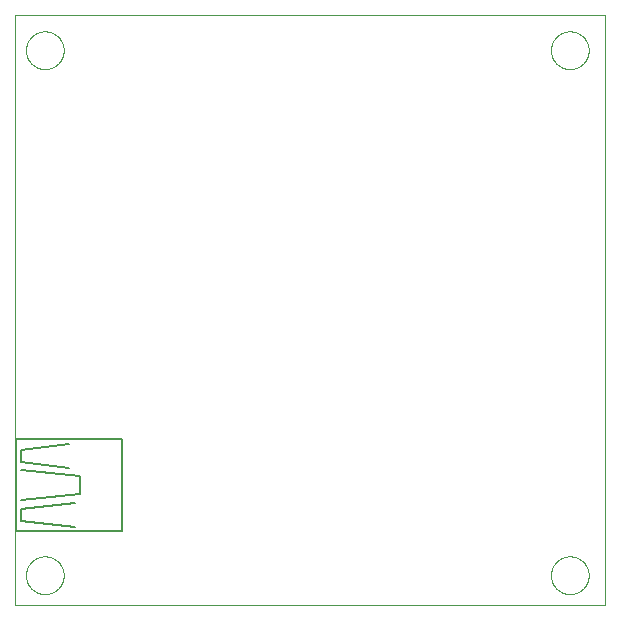
<source format=gbo>
G75*
%MOIN*%
%OFA0B0*%
%FSLAX25Y25*%
%IPPOS*%
%LPD*%
%AMOC8*
5,1,8,0,0,1.08239X$1,22.5*
%
%ADD10C,0.00000*%
%ADD11C,0.00500*%
D10*
X0001800Y0006800D02*
X0001800Y0203650D01*
X0198650Y0203650D01*
X0198650Y0006800D01*
X0001800Y0006800D01*
X0005501Y0016800D02*
X0005503Y0016958D01*
X0005509Y0017116D01*
X0005519Y0017274D01*
X0005533Y0017432D01*
X0005551Y0017589D01*
X0005572Y0017746D01*
X0005598Y0017902D01*
X0005628Y0018058D01*
X0005661Y0018213D01*
X0005699Y0018366D01*
X0005740Y0018519D01*
X0005785Y0018671D01*
X0005834Y0018822D01*
X0005887Y0018971D01*
X0005943Y0019119D01*
X0006003Y0019265D01*
X0006067Y0019410D01*
X0006135Y0019553D01*
X0006206Y0019695D01*
X0006280Y0019835D01*
X0006358Y0019972D01*
X0006440Y0020108D01*
X0006524Y0020242D01*
X0006613Y0020373D01*
X0006704Y0020502D01*
X0006799Y0020629D01*
X0006896Y0020754D01*
X0006997Y0020876D01*
X0007101Y0020995D01*
X0007208Y0021112D01*
X0007318Y0021226D01*
X0007431Y0021337D01*
X0007546Y0021446D01*
X0007664Y0021551D01*
X0007785Y0021653D01*
X0007908Y0021753D01*
X0008034Y0021849D01*
X0008162Y0021942D01*
X0008292Y0022032D01*
X0008425Y0022118D01*
X0008560Y0022202D01*
X0008696Y0022281D01*
X0008835Y0022358D01*
X0008976Y0022430D01*
X0009118Y0022500D01*
X0009262Y0022565D01*
X0009408Y0022627D01*
X0009555Y0022685D01*
X0009704Y0022740D01*
X0009854Y0022791D01*
X0010005Y0022838D01*
X0010157Y0022881D01*
X0010310Y0022920D01*
X0010465Y0022956D01*
X0010620Y0022987D01*
X0010776Y0023015D01*
X0010932Y0023039D01*
X0011089Y0023059D01*
X0011247Y0023075D01*
X0011404Y0023087D01*
X0011563Y0023095D01*
X0011721Y0023099D01*
X0011879Y0023099D01*
X0012037Y0023095D01*
X0012196Y0023087D01*
X0012353Y0023075D01*
X0012511Y0023059D01*
X0012668Y0023039D01*
X0012824Y0023015D01*
X0012980Y0022987D01*
X0013135Y0022956D01*
X0013290Y0022920D01*
X0013443Y0022881D01*
X0013595Y0022838D01*
X0013746Y0022791D01*
X0013896Y0022740D01*
X0014045Y0022685D01*
X0014192Y0022627D01*
X0014338Y0022565D01*
X0014482Y0022500D01*
X0014624Y0022430D01*
X0014765Y0022358D01*
X0014904Y0022281D01*
X0015040Y0022202D01*
X0015175Y0022118D01*
X0015308Y0022032D01*
X0015438Y0021942D01*
X0015566Y0021849D01*
X0015692Y0021753D01*
X0015815Y0021653D01*
X0015936Y0021551D01*
X0016054Y0021446D01*
X0016169Y0021337D01*
X0016282Y0021226D01*
X0016392Y0021112D01*
X0016499Y0020995D01*
X0016603Y0020876D01*
X0016704Y0020754D01*
X0016801Y0020629D01*
X0016896Y0020502D01*
X0016987Y0020373D01*
X0017076Y0020242D01*
X0017160Y0020108D01*
X0017242Y0019972D01*
X0017320Y0019835D01*
X0017394Y0019695D01*
X0017465Y0019553D01*
X0017533Y0019410D01*
X0017597Y0019265D01*
X0017657Y0019119D01*
X0017713Y0018971D01*
X0017766Y0018822D01*
X0017815Y0018671D01*
X0017860Y0018519D01*
X0017901Y0018366D01*
X0017939Y0018213D01*
X0017972Y0018058D01*
X0018002Y0017902D01*
X0018028Y0017746D01*
X0018049Y0017589D01*
X0018067Y0017432D01*
X0018081Y0017274D01*
X0018091Y0017116D01*
X0018097Y0016958D01*
X0018099Y0016800D01*
X0018097Y0016642D01*
X0018091Y0016484D01*
X0018081Y0016326D01*
X0018067Y0016168D01*
X0018049Y0016011D01*
X0018028Y0015854D01*
X0018002Y0015698D01*
X0017972Y0015542D01*
X0017939Y0015387D01*
X0017901Y0015234D01*
X0017860Y0015081D01*
X0017815Y0014929D01*
X0017766Y0014778D01*
X0017713Y0014629D01*
X0017657Y0014481D01*
X0017597Y0014335D01*
X0017533Y0014190D01*
X0017465Y0014047D01*
X0017394Y0013905D01*
X0017320Y0013765D01*
X0017242Y0013628D01*
X0017160Y0013492D01*
X0017076Y0013358D01*
X0016987Y0013227D01*
X0016896Y0013098D01*
X0016801Y0012971D01*
X0016704Y0012846D01*
X0016603Y0012724D01*
X0016499Y0012605D01*
X0016392Y0012488D01*
X0016282Y0012374D01*
X0016169Y0012263D01*
X0016054Y0012154D01*
X0015936Y0012049D01*
X0015815Y0011947D01*
X0015692Y0011847D01*
X0015566Y0011751D01*
X0015438Y0011658D01*
X0015308Y0011568D01*
X0015175Y0011482D01*
X0015040Y0011398D01*
X0014904Y0011319D01*
X0014765Y0011242D01*
X0014624Y0011170D01*
X0014482Y0011100D01*
X0014338Y0011035D01*
X0014192Y0010973D01*
X0014045Y0010915D01*
X0013896Y0010860D01*
X0013746Y0010809D01*
X0013595Y0010762D01*
X0013443Y0010719D01*
X0013290Y0010680D01*
X0013135Y0010644D01*
X0012980Y0010613D01*
X0012824Y0010585D01*
X0012668Y0010561D01*
X0012511Y0010541D01*
X0012353Y0010525D01*
X0012196Y0010513D01*
X0012037Y0010505D01*
X0011879Y0010501D01*
X0011721Y0010501D01*
X0011563Y0010505D01*
X0011404Y0010513D01*
X0011247Y0010525D01*
X0011089Y0010541D01*
X0010932Y0010561D01*
X0010776Y0010585D01*
X0010620Y0010613D01*
X0010465Y0010644D01*
X0010310Y0010680D01*
X0010157Y0010719D01*
X0010005Y0010762D01*
X0009854Y0010809D01*
X0009704Y0010860D01*
X0009555Y0010915D01*
X0009408Y0010973D01*
X0009262Y0011035D01*
X0009118Y0011100D01*
X0008976Y0011170D01*
X0008835Y0011242D01*
X0008696Y0011319D01*
X0008560Y0011398D01*
X0008425Y0011482D01*
X0008292Y0011568D01*
X0008162Y0011658D01*
X0008034Y0011751D01*
X0007908Y0011847D01*
X0007785Y0011947D01*
X0007664Y0012049D01*
X0007546Y0012154D01*
X0007431Y0012263D01*
X0007318Y0012374D01*
X0007208Y0012488D01*
X0007101Y0012605D01*
X0006997Y0012724D01*
X0006896Y0012846D01*
X0006799Y0012971D01*
X0006704Y0013098D01*
X0006613Y0013227D01*
X0006524Y0013358D01*
X0006440Y0013492D01*
X0006358Y0013628D01*
X0006280Y0013765D01*
X0006206Y0013905D01*
X0006135Y0014047D01*
X0006067Y0014190D01*
X0006003Y0014335D01*
X0005943Y0014481D01*
X0005887Y0014629D01*
X0005834Y0014778D01*
X0005785Y0014929D01*
X0005740Y0015081D01*
X0005699Y0015234D01*
X0005661Y0015387D01*
X0005628Y0015542D01*
X0005598Y0015698D01*
X0005572Y0015854D01*
X0005551Y0016011D01*
X0005533Y0016168D01*
X0005519Y0016326D01*
X0005509Y0016484D01*
X0005503Y0016642D01*
X0005501Y0016800D01*
X0005501Y0191800D02*
X0005503Y0191958D01*
X0005509Y0192116D01*
X0005519Y0192274D01*
X0005533Y0192432D01*
X0005551Y0192589D01*
X0005572Y0192746D01*
X0005598Y0192902D01*
X0005628Y0193058D01*
X0005661Y0193213D01*
X0005699Y0193366D01*
X0005740Y0193519D01*
X0005785Y0193671D01*
X0005834Y0193822D01*
X0005887Y0193971D01*
X0005943Y0194119D01*
X0006003Y0194265D01*
X0006067Y0194410D01*
X0006135Y0194553D01*
X0006206Y0194695D01*
X0006280Y0194835D01*
X0006358Y0194972D01*
X0006440Y0195108D01*
X0006524Y0195242D01*
X0006613Y0195373D01*
X0006704Y0195502D01*
X0006799Y0195629D01*
X0006896Y0195754D01*
X0006997Y0195876D01*
X0007101Y0195995D01*
X0007208Y0196112D01*
X0007318Y0196226D01*
X0007431Y0196337D01*
X0007546Y0196446D01*
X0007664Y0196551D01*
X0007785Y0196653D01*
X0007908Y0196753D01*
X0008034Y0196849D01*
X0008162Y0196942D01*
X0008292Y0197032D01*
X0008425Y0197118D01*
X0008560Y0197202D01*
X0008696Y0197281D01*
X0008835Y0197358D01*
X0008976Y0197430D01*
X0009118Y0197500D01*
X0009262Y0197565D01*
X0009408Y0197627D01*
X0009555Y0197685D01*
X0009704Y0197740D01*
X0009854Y0197791D01*
X0010005Y0197838D01*
X0010157Y0197881D01*
X0010310Y0197920D01*
X0010465Y0197956D01*
X0010620Y0197987D01*
X0010776Y0198015D01*
X0010932Y0198039D01*
X0011089Y0198059D01*
X0011247Y0198075D01*
X0011404Y0198087D01*
X0011563Y0198095D01*
X0011721Y0198099D01*
X0011879Y0198099D01*
X0012037Y0198095D01*
X0012196Y0198087D01*
X0012353Y0198075D01*
X0012511Y0198059D01*
X0012668Y0198039D01*
X0012824Y0198015D01*
X0012980Y0197987D01*
X0013135Y0197956D01*
X0013290Y0197920D01*
X0013443Y0197881D01*
X0013595Y0197838D01*
X0013746Y0197791D01*
X0013896Y0197740D01*
X0014045Y0197685D01*
X0014192Y0197627D01*
X0014338Y0197565D01*
X0014482Y0197500D01*
X0014624Y0197430D01*
X0014765Y0197358D01*
X0014904Y0197281D01*
X0015040Y0197202D01*
X0015175Y0197118D01*
X0015308Y0197032D01*
X0015438Y0196942D01*
X0015566Y0196849D01*
X0015692Y0196753D01*
X0015815Y0196653D01*
X0015936Y0196551D01*
X0016054Y0196446D01*
X0016169Y0196337D01*
X0016282Y0196226D01*
X0016392Y0196112D01*
X0016499Y0195995D01*
X0016603Y0195876D01*
X0016704Y0195754D01*
X0016801Y0195629D01*
X0016896Y0195502D01*
X0016987Y0195373D01*
X0017076Y0195242D01*
X0017160Y0195108D01*
X0017242Y0194972D01*
X0017320Y0194835D01*
X0017394Y0194695D01*
X0017465Y0194553D01*
X0017533Y0194410D01*
X0017597Y0194265D01*
X0017657Y0194119D01*
X0017713Y0193971D01*
X0017766Y0193822D01*
X0017815Y0193671D01*
X0017860Y0193519D01*
X0017901Y0193366D01*
X0017939Y0193213D01*
X0017972Y0193058D01*
X0018002Y0192902D01*
X0018028Y0192746D01*
X0018049Y0192589D01*
X0018067Y0192432D01*
X0018081Y0192274D01*
X0018091Y0192116D01*
X0018097Y0191958D01*
X0018099Y0191800D01*
X0018097Y0191642D01*
X0018091Y0191484D01*
X0018081Y0191326D01*
X0018067Y0191168D01*
X0018049Y0191011D01*
X0018028Y0190854D01*
X0018002Y0190698D01*
X0017972Y0190542D01*
X0017939Y0190387D01*
X0017901Y0190234D01*
X0017860Y0190081D01*
X0017815Y0189929D01*
X0017766Y0189778D01*
X0017713Y0189629D01*
X0017657Y0189481D01*
X0017597Y0189335D01*
X0017533Y0189190D01*
X0017465Y0189047D01*
X0017394Y0188905D01*
X0017320Y0188765D01*
X0017242Y0188628D01*
X0017160Y0188492D01*
X0017076Y0188358D01*
X0016987Y0188227D01*
X0016896Y0188098D01*
X0016801Y0187971D01*
X0016704Y0187846D01*
X0016603Y0187724D01*
X0016499Y0187605D01*
X0016392Y0187488D01*
X0016282Y0187374D01*
X0016169Y0187263D01*
X0016054Y0187154D01*
X0015936Y0187049D01*
X0015815Y0186947D01*
X0015692Y0186847D01*
X0015566Y0186751D01*
X0015438Y0186658D01*
X0015308Y0186568D01*
X0015175Y0186482D01*
X0015040Y0186398D01*
X0014904Y0186319D01*
X0014765Y0186242D01*
X0014624Y0186170D01*
X0014482Y0186100D01*
X0014338Y0186035D01*
X0014192Y0185973D01*
X0014045Y0185915D01*
X0013896Y0185860D01*
X0013746Y0185809D01*
X0013595Y0185762D01*
X0013443Y0185719D01*
X0013290Y0185680D01*
X0013135Y0185644D01*
X0012980Y0185613D01*
X0012824Y0185585D01*
X0012668Y0185561D01*
X0012511Y0185541D01*
X0012353Y0185525D01*
X0012196Y0185513D01*
X0012037Y0185505D01*
X0011879Y0185501D01*
X0011721Y0185501D01*
X0011563Y0185505D01*
X0011404Y0185513D01*
X0011247Y0185525D01*
X0011089Y0185541D01*
X0010932Y0185561D01*
X0010776Y0185585D01*
X0010620Y0185613D01*
X0010465Y0185644D01*
X0010310Y0185680D01*
X0010157Y0185719D01*
X0010005Y0185762D01*
X0009854Y0185809D01*
X0009704Y0185860D01*
X0009555Y0185915D01*
X0009408Y0185973D01*
X0009262Y0186035D01*
X0009118Y0186100D01*
X0008976Y0186170D01*
X0008835Y0186242D01*
X0008696Y0186319D01*
X0008560Y0186398D01*
X0008425Y0186482D01*
X0008292Y0186568D01*
X0008162Y0186658D01*
X0008034Y0186751D01*
X0007908Y0186847D01*
X0007785Y0186947D01*
X0007664Y0187049D01*
X0007546Y0187154D01*
X0007431Y0187263D01*
X0007318Y0187374D01*
X0007208Y0187488D01*
X0007101Y0187605D01*
X0006997Y0187724D01*
X0006896Y0187846D01*
X0006799Y0187971D01*
X0006704Y0188098D01*
X0006613Y0188227D01*
X0006524Y0188358D01*
X0006440Y0188492D01*
X0006358Y0188628D01*
X0006280Y0188765D01*
X0006206Y0188905D01*
X0006135Y0189047D01*
X0006067Y0189190D01*
X0006003Y0189335D01*
X0005943Y0189481D01*
X0005887Y0189629D01*
X0005834Y0189778D01*
X0005785Y0189929D01*
X0005740Y0190081D01*
X0005699Y0190234D01*
X0005661Y0190387D01*
X0005628Y0190542D01*
X0005598Y0190698D01*
X0005572Y0190854D01*
X0005551Y0191011D01*
X0005533Y0191168D01*
X0005519Y0191326D01*
X0005509Y0191484D01*
X0005503Y0191642D01*
X0005501Y0191800D01*
X0180501Y0191800D02*
X0180503Y0191958D01*
X0180509Y0192116D01*
X0180519Y0192274D01*
X0180533Y0192432D01*
X0180551Y0192589D01*
X0180572Y0192746D01*
X0180598Y0192902D01*
X0180628Y0193058D01*
X0180661Y0193213D01*
X0180699Y0193366D01*
X0180740Y0193519D01*
X0180785Y0193671D01*
X0180834Y0193822D01*
X0180887Y0193971D01*
X0180943Y0194119D01*
X0181003Y0194265D01*
X0181067Y0194410D01*
X0181135Y0194553D01*
X0181206Y0194695D01*
X0181280Y0194835D01*
X0181358Y0194972D01*
X0181440Y0195108D01*
X0181524Y0195242D01*
X0181613Y0195373D01*
X0181704Y0195502D01*
X0181799Y0195629D01*
X0181896Y0195754D01*
X0181997Y0195876D01*
X0182101Y0195995D01*
X0182208Y0196112D01*
X0182318Y0196226D01*
X0182431Y0196337D01*
X0182546Y0196446D01*
X0182664Y0196551D01*
X0182785Y0196653D01*
X0182908Y0196753D01*
X0183034Y0196849D01*
X0183162Y0196942D01*
X0183292Y0197032D01*
X0183425Y0197118D01*
X0183560Y0197202D01*
X0183696Y0197281D01*
X0183835Y0197358D01*
X0183976Y0197430D01*
X0184118Y0197500D01*
X0184262Y0197565D01*
X0184408Y0197627D01*
X0184555Y0197685D01*
X0184704Y0197740D01*
X0184854Y0197791D01*
X0185005Y0197838D01*
X0185157Y0197881D01*
X0185310Y0197920D01*
X0185465Y0197956D01*
X0185620Y0197987D01*
X0185776Y0198015D01*
X0185932Y0198039D01*
X0186089Y0198059D01*
X0186247Y0198075D01*
X0186404Y0198087D01*
X0186563Y0198095D01*
X0186721Y0198099D01*
X0186879Y0198099D01*
X0187037Y0198095D01*
X0187196Y0198087D01*
X0187353Y0198075D01*
X0187511Y0198059D01*
X0187668Y0198039D01*
X0187824Y0198015D01*
X0187980Y0197987D01*
X0188135Y0197956D01*
X0188290Y0197920D01*
X0188443Y0197881D01*
X0188595Y0197838D01*
X0188746Y0197791D01*
X0188896Y0197740D01*
X0189045Y0197685D01*
X0189192Y0197627D01*
X0189338Y0197565D01*
X0189482Y0197500D01*
X0189624Y0197430D01*
X0189765Y0197358D01*
X0189904Y0197281D01*
X0190040Y0197202D01*
X0190175Y0197118D01*
X0190308Y0197032D01*
X0190438Y0196942D01*
X0190566Y0196849D01*
X0190692Y0196753D01*
X0190815Y0196653D01*
X0190936Y0196551D01*
X0191054Y0196446D01*
X0191169Y0196337D01*
X0191282Y0196226D01*
X0191392Y0196112D01*
X0191499Y0195995D01*
X0191603Y0195876D01*
X0191704Y0195754D01*
X0191801Y0195629D01*
X0191896Y0195502D01*
X0191987Y0195373D01*
X0192076Y0195242D01*
X0192160Y0195108D01*
X0192242Y0194972D01*
X0192320Y0194835D01*
X0192394Y0194695D01*
X0192465Y0194553D01*
X0192533Y0194410D01*
X0192597Y0194265D01*
X0192657Y0194119D01*
X0192713Y0193971D01*
X0192766Y0193822D01*
X0192815Y0193671D01*
X0192860Y0193519D01*
X0192901Y0193366D01*
X0192939Y0193213D01*
X0192972Y0193058D01*
X0193002Y0192902D01*
X0193028Y0192746D01*
X0193049Y0192589D01*
X0193067Y0192432D01*
X0193081Y0192274D01*
X0193091Y0192116D01*
X0193097Y0191958D01*
X0193099Y0191800D01*
X0193097Y0191642D01*
X0193091Y0191484D01*
X0193081Y0191326D01*
X0193067Y0191168D01*
X0193049Y0191011D01*
X0193028Y0190854D01*
X0193002Y0190698D01*
X0192972Y0190542D01*
X0192939Y0190387D01*
X0192901Y0190234D01*
X0192860Y0190081D01*
X0192815Y0189929D01*
X0192766Y0189778D01*
X0192713Y0189629D01*
X0192657Y0189481D01*
X0192597Y0189335D01*
X0192533Y0189190D01*
X0192465Y0189047D01*
X0192394Y0188905D01*
X0192320Y0188765D01*
X0192242Y0188628D01*
X0192160Y0188492D01*
X0192076Y0188358D01*
X0191987Y0188227D01*
X0191896Y0188098D01*
X0191801Y0187971D01*
X0191704Y0187846D01*
X0191603Y0187724D01*
X0191499Y0187605D01*
X0191392Y0187488D01*
X0191282Y0187374D01*
X0191169Y0187263D01*
X0191054Y0187154D01*
X0190936Y0187049D01*
X0190815Y0186947D01*
X0190692Y0186847D01*
X0190566Y0186751D01*
X0190438Y0186658D01*
X0190308Y0186568D01*
X0190175Y0186482D01*
X0190040Y0186398D01*
X0189904Y0186319D01*
X0189765Y0186242D01*
X0189624Y0186170D01*
X0189482Y0186100D01*
X0189338Y0186035D01*
X0189192Y0185973D01*
X0189045Y0185915D01*
X0188896Y0185860D01*
X0188746Y0185809D01*
X0188595Y0185762D01*
X0188443Y0185719D01*
X0188290Y0185680D01*
X0188135Y0185644D01*
X0187980Y0185613D01*
X0187824Y0185585D01*
X0187668Y0185561D01*
X0187511Y0185541D01*
X0187353Y0185525D01*
X0187196Y0185513D01*
X0187037Y0185505D01*
X0186879Y0185501D01*
X0186721Y0185501D01*
X0186563Y0185505D01*
X0186404Y0185513D01*
X0186247Y0185525D01*
X0186089Y0185541D01*
X0185932Y0185561D01*
X0185776Y0185585D01*
X0185620Y0185613D01*
X0185465Y0185644D01*
X0185310Y0185680D01*
X0185157Y0185719D01*
X0185005Y0185762D01*
X0184854Y0185809D01*
X0184704Y0185860D01*
X0184555Y0185915D01*
X0184408Y0185973D01*
X0184262Y0186035D01*
X0184118Y0186100D01*
X0183976Y0186170D01*
X0183835Y0186242D01*
X0183696Y0186319D01*
X0183560Y0186398D01*
X0183425Y0186482D01*
X0183292Y0186568D01*
X0183162Y0186658D01*
X0183034Y0186751D01*
X0182908Y0186847D01*
X0182785Y0186947D01*
X0182664Y0187049D01*
X0182546Y0187154D01*
X0182431Y0187263D01*
X0182318Y0187374D01*
X0182208Y0187488D01*
X0182101Y0187605D01*
X0181997Y0187724D01*
X0181896Y0187846D01*
X0181799Y0187971D01*
X0181704Y0188098D01*
X0181613Y0188227D01*
X0181524Y0188358D01*
X0181440Y0188492D01*
X0181358Y0188628D01*
X0181280Y0188765D01*
X0181206Y0188905D01*
X0181135Y0189047D01*
X0181067Y0189190D01*
X0181003Y0189335D01*
X0180943Y0189481D01*
X0180887Y0189629D01*
X0180834Y0189778D01*
X0180785Y0189929D01*
X0180740Y0190081D01*
X0180699Y0190234D01*
X0180661Y0190387D01*
X0180628Y0190542D01*
X0180598Y0190698D01*
X0180572Y0190854D01*
X0180551Y0191011D01*
X0180533Y0191168D01*
X0180519Y0191326D01*
X0180509Y0191484D01*
X0180503Y0191642D01*
X0180501Y0191800D01*
X0180501Y0016800D02*
X0180503Y0016958D01*
X0180509Y0017116D01*
X0180519Y0017274D01*
X0180533Y0017432D01*
X0180551Y0017589D01*
X0180572Y0017746D01*
X0180598Y0017902D01*
X0180628Y0018058D01*
X0180661Y0018213D01*
X0180699Y0018366D01*
X0180740Y0018519D01*
X0180785Y0018671D01*
X0180834Y0018822D01*
X0180887Y0018971D01*
X0180943Y0019119D01*
X0181003Y0019265D01*
X0181067Y0019410D01*
X0181135Y0019553D01*
X0181206Y0019695D01*
X0181280Y0019835D01*
X0181358Y0019972D01*
X0181440Y0020108D01*
X0181524Y0020242D01*
X0181613Y0020373D01*
X0181704Y0020502D01*
X0181799Y0020629D01*
X0181896Y0020754D01*
X0181997Y0020876D01*
X0182101Y0020995D01*
X0182208Y0021112D01*
X0182318Y0021226D01*
X0182431Y0021337D01*
X0182546Y0021446D01*
X0182664Y0021551D01*
X0182785Y0021653D01*
X0182908Y0021753D01*
X0183034Y0021849D01*
X0183162Y0021942D01*
X0183292Y0022032D01*
X0183425Y0022118D01*
X0183560Y0022202D01*
X0183696Y0022281D01*
X0183835Y0022358D01*
X0183976Y0022430D01*
X0184118Y0022500D01*
X0184262Y0022565D01*
X0184408Y0022627D01*
X0184555Y0022685D01*
X0184704Y0022740D01*
X0184854Y0022791D01*
X0185005Y0022838D01*
X0185157Y0022881D01*
X0185310Y0022920D01*
X0185465Y0022956D01*
X0185620Y0022987D01*
X0185776Y0023015D01*
X0185932Y0023039D01*
X0186089Y0023059D01*
X0186247Y0023075D01*
X0186404Y0023087D01*
X0186563Y0023095D01*
X0186721Y0023099D01*
X0186879Y0023099D01*
X0187037Y0023095D01*
X0187196Y0023087D01*
X0187353Y0023075D01*
X0187511Y0023059D01*
X0187668Y0023039D01*
X0187824Y0023015D01*
X0187980Y0022987D01*
X0188135Y0022956D01*
X0188290Y0022920D01*
X0188443Y0022881D01*
X0188595Y0022838D01*
X0188746Y0022791D01*
X0188896Y0022740D01*
X0189045Y0022685D01*
X0189192Y0022627D01*
X0189338Y0022565D01*
X0189482Y0022500D01*
X0189624Y0022430D01*
X0189765Y0022358D01*
X0189904Y0022281D01*
X0190040Y0022202D01*
X0190175Y0022118D01*
X0190308Y0022032D01*
X0190438Y0021942D01*
X0190566Y0021849D01*
X0190692Y0021753D01*
X0190815Y0021653D01*
X0190936Y0021551D01*
X0191054Y0021446D01*
X0191169Y0021337D01*
X0191282Y0021226D01*
X0191392Y0021112D01*
X0191499Y0020995D01*
X0191603Y0020876D01*
X0191704Y0020754D01*
X0191801Y0020629D01*
X0191896Y0020502D01*
X0191987Y0020373D01*
X0192076Y0020242D01*
X0192160Y0020108D01*
X0192242Y0019972D01*
X0192320Y0019835D01*
X0192394Y0019695D01*
X0192465Y0019553D01*
X0192533Y0019410D01*
X0192597Y0019265D01*
X0192657Y0019119D01*
X0192713Y0018971D01*
X0192766Y0018822D01*
X0192815Y0018671D01*
X0192860Y0018519D01*
X0192901Y0018366D01*
X0192939Y0018213D01*
X0192972Y0018058D01*
X0193002Y0017902D01*
X0193028Y0017746D01*
X0193049Y0017589D01*
X0193067Y0017432D01*
X0193081Y0017274D01*
X0193091Y0017116D01*
X0193097Y0016958D01*
X0193099Y0016800D01*
X0193097Y0016642D01*
X0193091Y0016484D01*
X0193081Y0016326D01*
X0193067Y0016168D01*
X0193049Y0016011D01*
X0193028Y0015854D01*
X0193002Y0015698D01*
X0192972Y0015542D01*
X0192939Y0015387D01*
X0192901Y0015234D01*
X0192860Y0015081D01*
X0192815Y0014929D01*
X0192766Y0014778D01*
X0192713Y0014629D01*
X0192657Y0014481D01*
X0192597Y0014335D01*
X0192533Y0014190D01*
X0192465Y0014047D01*
X0192394Y0013905D01*
X0192320Y0013765D01*
X0192242Y0013628D01*
X0192160Y0013492D01*
X0192076Y0013358D01*
X0191987Y0013227D01*
X0191896Y0013098D01*
X0191801Y0012971D01*
X0191704Y0012846D01*
X0191603Y0012724D01*
X0191499Y0012605D01*
X0191392Y0012488D01*
X0191282Y0012374D01*
X0191169Y0012263D01*
X0191054Y0012154D01*
X0190936Y0012049D01*
X0190815Y0011947D01*
X0190692Y0011847D01*
X0190566Y0011751D01*
X0190438Y0011658D01*
X0190308Y0011568D01*
X0190175Y0011482D01*
X0190040Y0011398D01*
X0189904Y0011319D01*
X0189765Y0011242D01*
X0189624Y0011170D01*
X0189482Y0011100D01*
X0189338Y0011035D01*
X0189192Y0010973D01*
X0189045Y0010915D01*
X0188896Y0010860D01*
X0188746Y0010809D01*
X0188595Y0010762D01*
X0188443Y0010719D01*
X0188290Y0010680D01*
X0188135Y0010644D01*
X0187980Y0010613D01*
X0187824Y0010585D01*
X0187668Y0010561D01*
X0187511Y0010541D01*
X0187353Y0010525D01*
X0187196Y0010513D01*
X0187037Y0010505D01*
X0186879Y0010501D01*
X0186721Y0010501D01*
X0186563Y0010505D01*
X0186404Y0010513D01*
X0186247Y0010525D01*
X0186089Y0010541D01*
X0185932Y0010561D01*
X0185776Y0010585D01*
X0185620Y0010613D01*
X0185465Y0010644D01*
X0185310Y0010680D01*
X0185157Y0010719D01*
X0185005Y0010762D01*
X0184854Y0010809D01*
X0184704Y0010860D01*
X0184555Y0010915D01*
X0184408Y0010973D01*
X0184262Y0011035D01*
X0184118Y0011100D01*
X0183976Y0011170D01*
X0183835Y0011242D01*
X0183696Y0011319D01*
X0183560Y0011398D01*
X0183425Y0011482D01*
X0183292Y0011568D01*
X0183162Y0011658D01*
X0183034Y0011751D01*
X0182908Y0011847D01*
X0182785Y0011947D01*
X0182664Y0012049D01*
X0182546Y0012154D01*
X0182431Y0012263D01*
X0182318Y0012374D01*
X0182208Y0012488D01*
X0182101Y0012605D01*
X0181997Y0012724D01*
X0181896Y0012846D01*
X0181799Y0012971D01*
X0181704Y0013098D01*
X0181613Y0013227D01*
X0181524Y0013358D01*
X0181440Y0013492D01*
X0181358Y0013628D01*
X0181280Y0013765D01*
X0181206Y0013905D01*
X0181135Y0014047D01*
X0181067Y0014190D01*
X0181003Y0014335D01*
X0180943Y0014481D01*
X0180887Y0014629D01*
X0180834Y0014778D01*
X0180785Y0014929D01*
X0180740Y0015081D01*
X0180699Y0015234D01*
X0180661Y0015387D01*
X0180628Y0015542D01*
X0180598Y0015698D01*
X0180572Y0015854D01*
X0180551Y0016011D01*
X0180533Y0016168D01*
X0180519Y0016326D01*
X0180509Y0016484D01*
X0180503Y0016642D01*
X0180501Y0016800D01*
D11*
X0037469Y0031446D02*
X0002036Y0031446D01*
X0002036Y0062154D01*
X0037469Y0062154D01*
X0037469Y0031446D01*
X0023690Y0043847D02*
X0004005Y0041879D01*
X0004005Y0038926D02*
X0021721Y0040894D01*
X0023690Y0043847D02*
X0023690Y0049753D01*
X0004005Y0051721D01*
X0004005Y0054674D02*
X0019753Y0052706D01*
X0019753Y0060580D02*
X0004005Y0058611D01*
X0004005Y0054674D01*
X0004005Y0038926D02*
X0004005Y0034989D01*
X0021721Y0033020D01*
M02*

</source>
